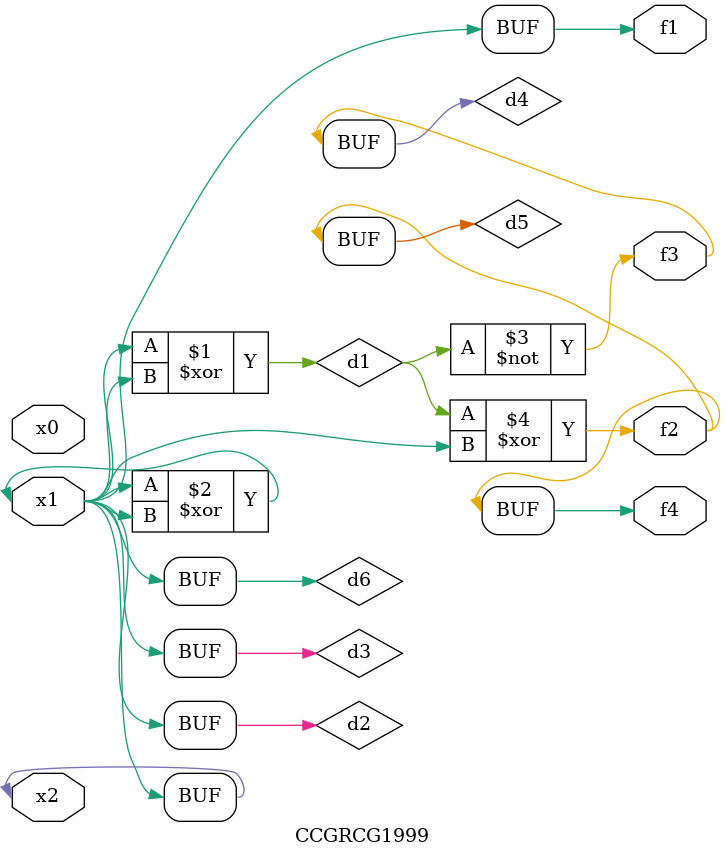
<source format=v>
module CCGRCG1999(
	input x0, x1, x2,
	output f1, f2, f3, f4
);

	wire d1, d2, d3, d4, d5, d6;

	xor (d1, x1, x2);
	buf (d2, x1, x2);
	xor (d3, x1, x2);
	nor (d4, d1);
	xor (d5, d1, d2);
	buf (d6, d2, d3);
	assign f1 = d6;
	assign f2 = d5;
	assign f3 = d4;
	assign f4 = d5;
endmodule

</source>
